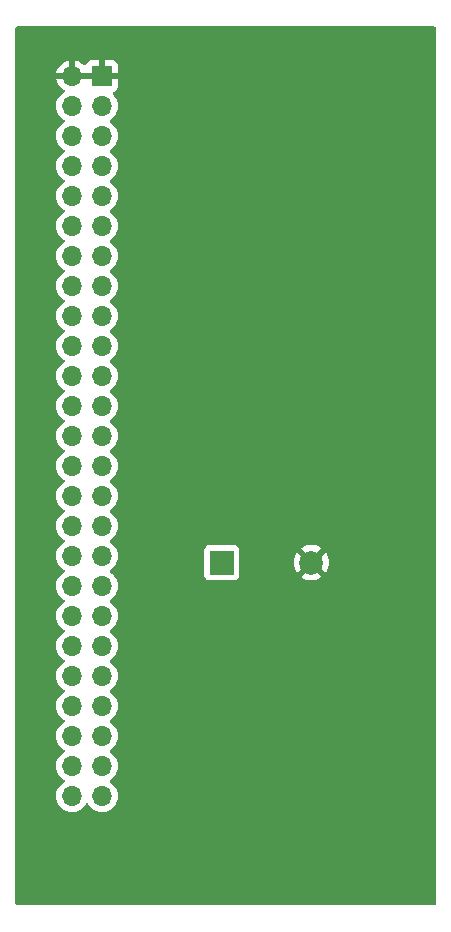
<source format=gbr>
%TF.GenerationSoftware,KiCad,Pcbnew,7.0.1-0*%
%TF.CreationDate,2023-05-31T17:03:07-06:00*%
%TF.ProjectId,STM32f4 Motion Sensor Shield,53544d33-3266-4342-904d-6f74696f6e20,rev?*%
%TF.SameCoordinates,Original*%
%TF.FileFunction,Copper,L2,Bot*%
%TF.FilePolarity,Positive*%
%FSLAX46Y46*%
G04 Gerber Fmt 4.6, Leading zero omitted, Abs format (unit mm)*
G04 Created by KiCad (PCBNEW 7.0.1-0) date 2023-05-31 17:03:07*
%MOMM*%
%LPD*%
G01*
G04 APERTURE LIST*
%TA.AperFunction,ComponentPad*%
%ADD10R,1.700000X1.700000*%
%TD*%
%TA.AperFunction,ComponentPad*%
%ADD11O,1.700000X1.700000*%
%TD*%
%TA.AperFunction,ComponentPad*%
%ADD12C,2.000000*%
%TD*%
%TA.AperFunction,ComponentPad*%
%ADD13R,2.000000X2.000000*%
%TD*%
%TA.AperFunction,ViaPad*%
%ADD14C,0.800000*%
%TD*%
G04 APERTURE END LIST*
D10*
%TO.P,J1,1,Pin_1*%
%TO.N,GND*%
X164140000Y-54990000D03*
D11*
%TO.P,J1,2,Pin_2*%
X161600000Y-54990000D03*
%TO.P,J1,3,Pin_3*%
%TO.N,+5V*%
X164140000Y-57530000D03*
%TO.P,J1,4,Pin_4*%
X161600000Y-57530000D03*
%TO.P,J1,5,Pin_5*%
%TO.N,unconnected-(J1-Pin_5-Pad5)*%
X164140000Y-60070000D03*
%TO.P,J1,6,Pin_6*%
%TO.N,unconnected-(J1-Pin_6-Pad6)*%
X161600000Y-60070000D03*
%TO.P,J1,7,Pin_7*%
%TO.N,unconnected-(J1-Pin_7-Pad7)*%
X164140000Y-62610000D03*
%TO.P,J1,8,Pin_8*%
%TO.N,unconnected-(J1-Pin_8-Pad8)*%
X161600000Y-62610000D03*
%TO.P,J1,9,Pin_9*%
%TO.N,unconnected-(J1-Pin_9-Pad9)*%
X164140000Y-65150000D03*
%TO.P,J1,10,Pin_10*%
%TO.N,unconnected-(J1-Pin_10-Pad10)*%
X161600000Y-65150000D03*
%TO.P,J1,11,Pin_11*%
%TO.N,unconnected-(J1-Pin_11-Pad11)*%
X164140000Y-67690000D03*
%TO.P,J1,12,Pin_12*%
%TO.N,unconnected-(J1-Pin_12-Pad12)*%
X161600000Y-67690000D03*
%TO.P,J1,13,Pin_13*%
%TO.N,unconnected-(J1-Pin_13-Pad13)*%
X164140000Y-70230000D03*
%TO.P,J1,14,Pin_14*%
%TO.N,unconnected-(J1-Pin_14-Pad14)*%
X161600000Y-70230000D03*
%TO.P,J1,15,Pin_15*%
%TO.N,unconnected-(J1-Pin_15-Pad15)*%
X164140000Y-72770000D03*
%TO.P,J1,16,Pin_16*%
%TO.N,unconnected-(J1-Pin_16-Pad16)*%
X161600000Y-72770000D03*
%TO.P,J1,17,Pin_17*%
%TO.N,unconnected-(J1-Pin_17-Pad17)*%
X164140000Y-75310000D03*
%TO.P,J1,18,Pin_18*%
%TO.N,unconnected-(J1-Pin_18-Pad18)*%
X161600000Y-75310000D03*
%TO.P,J1,19,Pin_19*%
%TO.N,unconnected-(J1-Pin_19-Pad19)*%
X164140000Y-77850000D03*
%TO.P,J1,20,Pin_20*%
%TO.N,unconnected-(J1-Pin_20-Pad20)*%
X161600000Y-77850000D03*
%TO.P,J1,21,Pin_21*%
%TO.N,unconnected-(J1-Pin_21-Pad21)*%
X164140000Y-80390000D03*
%TO.P,J1,22,Pin_22*%
%TO.N,unconnected-(J1-Pin_22-Pad22)*%
X161600000Y-80390000D03*
%TO.P,J1,23,Pin_23*%
%TO.N,SCL*%
X164140000Y-82930000D03*
%TO.P,J1,24,Pin_24*%
%TO.N,SDA*%
X161600000Y-82930000D03*
%TO.P,J1,25,Pin_25*%
%TO.N,unconnected-(J1-Pin_25-Pad25)*%
X164140000Y-85470000D03*
%TO.P,J1,26,Pin_26*%
%TO.N,unconnected-(J1-Pin_26-Pad26)*%
X161600000Y-85470000D03*
%TO.P,J1,27,Pin_27*%
%TO.N,unconnected-(J1-Pin_27-Pad27)*%
X164140000Y-88010000D03*
%TO.P,J1,28,Pin_28*%
%TO.N,unconnected-(J1-Pin_28-Pad28)*%
X161600000Y-88010000D03*
%TO.P,J1,29,Pin_29*%
%TO.N,unconnected-(J1-Pin_29-Pad29)*%
X164140000Y-90550000D03*
%TO.P,J1,30,Pin_30*%
%TO.N,unconnected-(J1-Pin_30-Pad30)*%
X161600000Y-90550000D03*
%TO.P,J1,31,Pin_31*%
%TO.N,unconnected-(J1-Pin_31-Pad31)*%
X164140000Y-93090000D03*
%TO.P,J1,32,Pin_32*%
%TO.N,unconnected-(J1-Pin_32-Pad32)*%
X161600000Y-93090000D03*
%TO.P,J1,33,Pin_33*%
%TO.N,unconnected-(J1-Pin_33-Pad33)*%
X164140000Y-95630000D03*
%TO.P,J1,34,Pin_34*%
%TO.N,unconnected-(J1-Pin_34-Pad34)*%
X161600000Y-95630000D03*
%TO.P,J1,35,Pin_35*%
%TO.N,unconnected-(J1-Pin_35-Pad35)*%
X164140000Y-98170000D03*
%TO.P,J1,36,Pin_36*%
%TO.N,unconnected-(J1-Pin_36-Pad36)*%
X161600000Y-98170000D03*
%TO.P,J1,37,Pin_37*%
%TO.N,unconnected-(J1-Pin_37-Pad37)*%
X164140000Y-100710000D03*
%TO.P,J1,38,Pin_38*%
%TO.N,unconnected-(J1-Pin_38-Pad38)*%
X161600000Y-100710000D03*
%TO.P,J1,39,Pin_39*%
%TO.N,unconnected-(J1-Pin_39-Pad39)*%
X164140000Y-103250000D03*
%TO.P,J1,40,Pin_40*%
%TO.N,unconnected-(J1-Pin_40-Pad40)*%
X161600000Y-103250000D03*
%TO.P,J1,41,Pin_41*%
%TO.N,unconnected-(J1-Pin_41-Pad41)*%
X164140000Y-105790000D03*
%TO.P,J1,42,Pin_42*%
%TO.N,unconnected-(J1-Pin_42-Pad42)*%
X161600000Y-105790000D03*
%TO.P,J1,43,Pin_43*%
%TO.N,Buzzer*%
X164140000Y-108330000D03*
%TO.P,J1,44,Pin_44*%
%TO.N,unconnected-(J1-Pin_44-Pad44)*%
X161600000Y-108330000D03*
%TO.P,J1,45,Pin_45*%
%TO.N,unconnected-(J1-Pin_45-Pad45)*%
X164140000Y-110870000D03*
%TO.P,J1,46,Pin_46*%
%TO.N,Arm_Button*%
X161600000Y-110870000D03*
%TO.P,J1,47,Pin_47*%
%TO.N,unconnected-(J1-Pin_47-Pad47)*%
X164140000Y-113410000D03*
%TO.P,J1,48,Pin_48*%
%TO.N,unconnected-(J1-Pin_48-Pad48)*%
X161600000Y-113410000D03*
%TO.P,J1,49,Pin_49*%
%TO.N,unconnected-(J1-Pin_49-Pad49)*%
X164140000Y-115950000D03*
%TO.P,J1,50,Pin_50*%
%TO.N,unconnected-(J1-Pin_50-Pad50)*%
X161600000Y-115950000D03*
%TD*%
D12*
%TO.P,BZ1,2,+*%
%TO.N,GND*%
X181850000Y-96200000D03*
D13*
%TO.P,BZ1,1,-*%
%TO.N,Buzzer*%
X174250000Y-96200000D03*
%TD*%
D14*
%TO.N,GND*%
X182107291Y-61995029D03*
%TD*%
%TA.AperFunction,Conductor*%
%TO.N,GND*%
G36*
X192337500Y-50817113D02*
G01*
X192382887Y-50862500D01*
X192399500Y-50924500D01*
X192399500Y-125075500D01*
X192382887Y-125137500D01*
X192337500Y-125182887D01*
X192275500Y-125199500D01*
X156924500Y-125199500D01*
X156862500Y-125182887D01*
X156817113Y-125137500D01*
X156800500Y-125075500D01*
X156800500Y-115950000D01*
X160244340Y-115950000D01*
X160264936Y-116185407D01*
X160309709Y-116352501D01*
X160326097Y-116413663D01*
X160425965Y-116627830D01*
X160561505Y-116821401D01*
X160728599Y-116988495D01*
X160922170Y-117124035D01*
X161136337Y-117223903D01*
X161364592Y-117285063D01*
X161600000Y-117305659D01*
X161835408Y-117285063D01*
X162063663Y-117223903D01*
X162277830Y-117124035D01*
X162471401Y-116988495D01*
X162638495Y-116821401D01*
X162768426Y-116635839D01*
X162812743Y-116596975D01*
X162870000Y-116582964D01*
X162927257Y-116596975D01*
X162971573Y-116635839D01*
X163101505Y-116821401D01*
X163268599Y-116988495D01*
X163462170Y-117124035D01*
X163676337Y-117223903D01*
X163904592Y-117285063D01*
X164140000Y-117305659D01*
X164375408Y-117285063D01*
X164603663Y-117223903D01*
X164817830Y-117124035D01*
X165011401Y-116988495D01*
X165178495Y-116821401D01*
X165314035Y-116627830D01*
X165413903Y-116413663D01*
X165475063Y-116185408D01*
X165495659Y-115950000D01*
X165475063Y-115714592D01*
X165413903Y-115486337D01*
X165314035Y-115272171D01*
X165178495Y-115078599D01*
X165011401Y-114911505D01*
X164825839Y-114781573D01*
X164786975Y-114737257D01*
X164772964Y-114680000D01*
X164786975Y-114622743D01*
X164825839Y-114578426D01*
X165011401Y-114448495D01*
X165178495Y-114281401D01*
X165314035Y-114087830D01*
X165413903Y-113873663D01*
X165475063Y-113645408D01*
X165495659Y-113410000D01*
X165475063Y-113174592D01*
X165413903Y-112946337D01*
X165314035Y-112732171D01*
X165178495Y-112538599D01*
X165011401Y-112371505D01*
X164825839Y-112241573D01*
X164786975Y-112197257D01*
X164772964Y-112140000D01*
X164786975Y-112082743D01*
X164825839Y-112038426D01*
X165011401Y-111908495D01*
X165178495Y-111741401D01*
X165314035Y-111547830D01*
X165413903Y-111333663D01*
X165475063Y-111105408D01*
X165495659Y-110870000D01*
X165475063Y-110634592D01*
X165413903Y-110406337D01*
X165314035Y-110192171D01*
X165178495Y-109998599D01*
X165011401Y-109831505D01*
X164825839Y-109701573D01*
X164786974Y-109657255D01*
X164772964Y-109599999D01*
X164786975Y-109542742D01*
X164825837Y-109498428D01*
X165011401Y-109368495D01*
X165178495Y-109201401D01*
X165314035Y-109007830D01*
X165413903Y-108793663D01*
X165475063Y-108565408D01*
X165495659Y-108330000D01*
X165475063Y-108094592D01*
X165413903Y-107866337D01*
X165314035Y-107652171D01*
X165178495Y-107458599D01*
X165011401Y-107291505D01*
X164825839Y-107161573D01*
X164786974Y-107117255D01*
X164772964Y-107059999D01*
X164786975Y-107002742D01*
X164825837Y-106958428D01*
X165011401Y-106828495D01*
X165178495Y-106661401D01*
X165314035Y-106467830D01*
X165413903Y-106253663D01*
X165475063Y-106025408D01*
X165495659Y-105790000D01*
X165475063Y-105554592D01*
X165413903Y-105326337D01*
X165314035Y-105112171D01*
X165178495Y-104918599D01*
X165011401Y-104751505D01*
X164825839Y-104621573D01*
X164786976Y-104577257D01*
X164772965Y-104520000D01*
X164786976Y-104462743D01*
X164825839Y-104418426D01*
X165011401Y-104288495D01*
X165178495Y-104121401D01*
X165314035Y-103927830D01*
X165413903Y-103713663D01*
X165475063Y-103485408D01*
X165495659Y-103250000D01*
X165475063Y-103014592D01*
X165413903Y-102786337D01*
X165314035Y-102572171D01*
X165178495Y-102378599D01*
X165011401Y-102211505D01*
X164825839Y-102081573D01*
X164786975Y-102037257D01*
X164772964Y-101980000D01*
X164786975Y-101922743D01*
X164825839Y-101878426D01*
X165011401Y-101748495D01*
X165178495Y-101581401D01*
X165314035Y-101387830D01*
X165413903Y-101173663D01*
X165475063Y-100945408D01*
X165495659Y-100710000D01*
X165475063Y-100474592D01*
X165413903Y-100246337D01*
X165314035Y-100032171D01*
X165178495Y-99838599D01*
X165011401Y-99671505D01*
X164825839Y-99541573D01*
X164786974Y-99497255D01*
X164772964Y-99439999D01*
X164786975Y-99382742D01*
X164825837Y-99338428D01*
X165011401Y-99208495D01*
X165178495Y-99041401D01*
X165314035Y-98847830D01*
X165413903Y-98633663D01*
X165475063Y-98405408D01*
X165495659Y-98170000D01*
X165475063Y-97934592D01*
X165413903Y-97706337D01*
X165314035Y-97492171D01*
X165178495Y-97298599D01*
X165127765Y-97247869D01*
X172749500Y-97247869D01*
X172754954Y-97298598D01*
X172755909Y-97307483D01*
X172806204Y-97442331D01*
X172892454Y-97557546D01*
X173007669Y-97643796D01*
X173142517Y-97694091D01*
X173202127Y-97700500D01*
X175297872Y-97700499D01*
X175357483Y-97694091D01*
X175492331Y-97643796D01*
X175607546Y-97557546D01*
X175693796Y-97442331D01*
X175700778Y-97423610D01*
X180979942Y-97423610D01*
X181026766Y-97460055D01*
X181245393Y-97578368D01*
X181480506Y-97659083D01*
X181725707Y-97700000D01*
X181974293Y-97700000D01*
X182219493Y-97659083D01*
X182454606Y-97578368D01*
X182673233Y-97460053D01*
X182720056Y-97423609D01*
X181850000Y-96553553D01*
X180979942Y-97423609D01*
X180979942Y-97423610D01*
X175700778Y-97423610D01*
X175744091Y-97307483D01*
X175750500Y-97247873D01*
X175750499Y-96200000D01*
X180344858Y-96200000D01*
X180365386Y-96447732D01*
X180426413Y-96688721D01*
X180526268Y-96916370D01*
X180626563Y-97069882D01*
X180626564Y-97069882D01*
X181496447Y-96200001D01*
X182203553Y-96200001D01*
X183073434Y-97069882D01*
X183173730Y-96916369D01*
X183273586Y-96688721D01*
X183334613Y-96447732D01*
X183355141Y-96200000D01*
X183334613Y-95952267D01*
X183273586Y-95711278D01*
X183173730Y-95483630D01*
X183073434Y-95330116D01*
X182203553Y-96200000D01*
X182203553Y-96200001D01*
X181496447Y-96200001D01*
X181496447Y-96200000D01*
X180626564Y-95330116D01*
X180526266Y-95483634D01*
X180426413Y-95711278D01*
X180365386Y-95952267D01*
X180344858Y-96200000D01*
X175750499Y-96200000D01*
X175750499Y-95152128D01*
X175744091Y-95092517D01*
X175700778Y-94976390D01*
X180979942Y-94976390D01*
X181850000Y-95846447D01*
X181850001Y-95846447D01*
X182720057Y-94976390D01*
X182720056Y-94976388D01*
X182673235Y-94939947D01*
X182454606Y-94821631D01*
X182219493Y-94740916D01*
X181974293Y-94700000D01*
X181725707Y-94700000D01*
X181480506Y-94740916D01*
X181245393Y-94821631D01*
X181026764Y-94939946D01*
X180979942Y-94976388D01*
X180979942Y-94976390D01*
X175700778Y-94976390D01*
X175693796Y-94957669D01*
X175607546Y-94842454D01*
X175492331Y-94756204D01*
X175357483Y-94705909D01*
X175297873Y-94699500D01*
X175297869Y-94699500D01*
X173202130Y-94699500D01*
X173142515Y-94705909D01*
X173007669Y-94756204D01*
X172892454Y-94842454D01*
X172806204Y-94957668D01*
X172755909Y-95092516D01*
X172749500Y-95152130D01*
X172749500Y-97247869D01*
X165127765Y-97247869D01*
X165011401Y-97131505D01*
X164825839Y-97001573D01*
X164786975Y-96957257D01*
X164772964Y-96900000D01*
X164786975Y-96842743D01*
X164825839Y-96798426D01*
X165011401Y-96668495D01*
X165178495Y-96501401D01*
X165314035Y-96307830D01*
X165413903Y-96093663D01*
X165475063Y-95865408D01*
X165495659Y-95630000D01*
X165475063Y-95394592D01*
X165413903Y-95166337D01*
X165314035Y-94952171D01*
X165178495Y-94758599D01*
X165011401Y-94591505D01*
X164825839Y-94461573D01*
X164786975Y-94417257D01*
X164772964Y-94360000D01*
X164786975Y-94302743D01*
X164825839Y-94258426D01*
X165011401Y-94128495D01*
X165178495Y-93961401D01*
X165314035Y-93767830D01*
X165413903Y-93553663D01*
X165475063Y-93325408D01*
X165495659Y-93090000D01*
X165475063Y-92854592D01*
X165413903Y-92626337D01*
X165314035Y-92412171D01*
X165178495Y-92218599D01*
X165011401Y-92051505D01*
X164825839Y-91921573D01*
X164786975Y-91877257D01*
X164772964Y-91820000D01*
X164786975Y-91762743D01*
X164825839Y-91718426D01*
X165011401Y-91588495D01*
X165178495Y-91421401D01*
X165314035Y-91227830D01*
X165413903Y-91013663D01*
X165475063Y-90785408D01*
X165495659Y-90550000D01*
X165475063Y-90314592D01*
X165413903Y-90086337D01*
X165314035Y-89872171D01*
X165178495Y-89678599D01*
X165011401Y-89511505D01*
X164825839Y-89381573D01*
X164786975Y-89337257D01*
X164772964Y-89280000D01*
X164786975Y-89222743D01*
X164825839Y-89178426D01*
X165011401Y-89048495D01*
X165178495Y-88881401D01*
X165314035Y-88687830D01*
X165413903Y-88473663D01*
X165475063Y-88245408D01*
X165495659Y-88010000D01*
X165475063Y-87774592D01*
X165413903Y-87546337D01*
X165314035Y-87332171D01*
X165178495Y-87138599D01*
X165011401Y-86971505D01*
X164825839Y-86841573D01*
X164786975Y-86797257D01*
X164772964Y-86740000D01*
X164786975Y-86682743D01*
X164825839Y-86638426D01*
X165011401Y-86508495D01*
X165178495Y-86341401D01*
X165314035Y-86147830D01*
X165413903Y-85933663D01*
X165475063Y-85705408D01*
X165495659Y-85470000D01*
X165475063Y-85234592D01*
X165413903Y-85006337D01*
X165314035Y-84792171D01*
X165178495Y-84598599D01*
X165011401Y-84431505D01*
X164825839Y-84301573D01*
X164786975Y-84257257D01*
X164772964Y-84200000D01*
X164786975Y-84142743D01*
X164825839Y-84098426D01*
X165011401Y-83968495D01*
X165178495Y-83801401D01*
X165314035Y-83607830D01*
X165413903Y-83393663D01*
X165475063Y-83165408D01*
X165495659Y-82930000D01*
X165475063Y-82694592D01*
X165413903Y-82466337D01*
X165314035Y-82252171D01*
X165178495Y-82058599D01*
X165011401Y-81891505D01*
X164825839Y-81761573D01*
X164786975Y-81717257D01*
X164772964Y-81660000D01*
X164786975Y-81602743D01*
X164825839Y-81558426D01*
X165011401Y-81428495D01*
X165178495Y-81261401D01*
X165314035Y-81067830D01*
X165413903Y-80853663D01*
X165475063Y-80625408D01*
X165495659Y-80390000D01*
X165475063Y-80154592D01*
X165413903Y-79926337D01*
X165314035Y-79712171D01*
X165178495Y-79518599D01*
X165011401Y-79351505D01*
X164825839Y-79221573D01*
X164786974Y-79177255D01*
X164772964Y-79119999D01*
X164786975Y-79062742D01*
X164825837Y-79018428D01*
X165011401Y-78888495D01*
X165178495Y-78721401D01*
X165314035Y-78527830D01*
X165413903Y-78313663D01*
X165475063Y-78085408D01*
X165495659Y-77850000D01*
X165475063Y-77614592D01*
X165413903Y-77386337D01*
X165314035Y-77172171D01*
X165178495Y-76978599D01*
X165011401Y-76811505D01*
X164825839Y-76681573D01*
X164786975Y-76637257D01*
X164772964Y-76580000D01*
X164786975Y-76522743D01*
X164825839Y-76478426D01*
X165011401Y-76348495D01*
X165178495Y-76181401D01*
X165314035Y-75987830D01*
X165413903Y-75773663D01*
X165475063Y-75545408D01*
X165495659Y-75310000D01*
X165475063Y-75074592D01*
X165413903Y-74846337D01*
X165314035Y-74632171D01*
X165178495Y-74438599D01*
X165011401Y-74271505D01*
X164825839Y-74141573D01*
X164786975Y-74097257D01*
X164772964Y-74040000D01*
X164786975Y-73982743D01*
X164825839Y-73938426D01*
X165011401Y-73808495D01*
X165178495Y-73641401D01*
X165314035Y-73447830D01*
X165413903Y-73233663D01*
X165475063Y-73005408D01*
X165495659Y-72770000D01*
X165475063Y-72534592D01*
X165413903Y-72306337D01*
X165314035Y-72092171D01*
X165178495Y-71898599D01*
X165011401Y-71731505D01*
X164825839Y-71601573D01*
X164786976Y-71557257D01*
X164772965Y-71500000D01*
X164786976Y-71442743D01*
X164825839Y-71398426D01*
X165011401Y-71268495D01*
X165178495Y-71101401D01*
X165314035Y-70907830D01*
X165413903Y-70693663D01*
X165475063Y-70465408D01*
X165495659Y-70230000D01*
X165475063Y-69994592D01*
X165413903Y-69766337D01*
X165314035Y-69552171D01*
X165178495Y-69358599D01*
X165011401Y-69191505D01*
X164825839Y-69061573D01*
X164786975Y-69017257D01*
X164772964Y-68960000D01*
X164786975Y-68902743D01*
X164825839Y-68858426D01*
X165011401Y-68728495D01*
X165178495Y-68561401D01*
X165314035Y-68367830D01*
X165413903Y-68153663D01*
X165475063Y-67925408D01*
X165495659Y-67690000D01*
X165475063Y-67454592D01*
X165413903Y-67226337D01*
X165314035Y-67012171D01*
X165178495Y-66818599D01*
X165011401Y-66651505D01*
X164825839Y-66521573D01*
X164786975Y-66477257D01*
X164772964Y-66420000D01*
X164786975Y-66362743D01*
X164825839Y-66318426D01*
X165011401Y-66188495D01*
X165178495Y-66021401D01*
X165314035Y-65827830D01*
X165413903Y-65613663D01*
X165475063Y-65385408D01*
X165495659Y-65150000D01*
X165475063Y-64914592D01*
X165413903Y-64686337D01*
X165314035Y-64472171D01*
X165178495Y-64278599D01*
X165011401Y-64111505D01*
X164825839Y-63981573D01*
X164786975Y-63937257D01*
X164772964Y-63880000D01*
X164786975Y-63822743D01*
X164825839Y-63778426D01*
X165011401Y-63648495D01*
X165178495Y-63481401D01*
X165314035Y-63287830D01*
X165413903Y-63073663D01*
X165475063Y-62845408D01*
X165495659Y-62610000D01*
X165475063Y-62374592D01*
X165413903Y-62146337D01*
X165314035Y-61932171D01*
X165178495Y-61738599D01*
X165011401Y-61571505D01*
X164825839Y-61441573D01*
X164786975Y-61397257D01*
X164772964Y-61340000D01*
X164786975Y-61282743D01*
X164825839Y-61238426D01*
X165011401Y-61108495D01*
X165178495Y-60941401D01*
X165314035Y-60747830D01*
X165413903Y-60533663D01*
X165475063Y-60305408D01*
X165495659Y-60070000D01*
X165475063Y-59834592D01*
X165413903Y-59606337D01*
X165314035Y-59392171D01*
X165178495Y-59198599D01*
X165011401Y-59031505D01*
X164825839Y-58901573D01*
X164786975Y-58857257D01*
X164772964Y-58800000D01*
X164786975Y-58742743D01*
X164825839Y-58698426D01*
X165011401Y-58568495D01*
X165178495Y-58401401D01*
X165314035Y-58207830D01*
X165413903Y-57993663D01*
X165475063Y-57765408D01*
X165495659Y-57530000D01*
X165475063Y-57294592D01*
X165413903Y-57066337D01*
X165314035Y-56852171D01*
X165178495Y-56658599D01*
X165056181Y-56536285D01*
X165024885Y-56483539D01*
X165022696Y-56422246D01*
X165050149Y-56367401D01*
X165100528Y-56332422D01*
X165232089Y-56283352D01*
X165347188Y-56197188D01*
X165433352Y-56082089D01*
X165483597Y-55947375D01*
X165490000Y-55887824D01*
X165490000Y-55240000D01*
X160269364Y-55240000D01*
X160326569Y-55453492D01*
X160426399Y-55667576D01*
X160561893Y-55861081D01*
X160728918Y-56028106D01*
X160914595Y-56158119D01*
X160953460Y-56202437D01*
X160967471Y-56259694D01*
X160953460Y-56316951D01*
X160914595Y-56361269D01*
X160728595Y-56491508D01*
X160561505Y-56658598D01*
X160425965Y-56852170D01*
X160326097Y-57066336D01*
X160264936Y-57294592D01*
X160244340Y-57529999D01*
X160264936Y-57765407D01*
X160309709Y-57932501D01*
X160326097Y-57993663D01*
X160425965Y-58207830D01*
X160561505Y-58401401D01*
X160728599Y-58568495D01*
X160914160Y-58698426D01*
X160953024Y-58742743D01*
X160967035Y-58800000D01*
X160953024Y-58857257D01*
X160914159Y-58901575D01*
X160728595Y-59031508D01*
X160561505Y-59198598D01*
X160425965Y-59392170D01*
X160326097Y-59606336D01*
X160264936Y-59834592D01*
X160244340Y-60070000D01*
X160264936Y-60305407D01*
X160309709Y-60472502D01*
X160326097Y-60533663D01*
X160425965Y-60747830D01*
X160561505Y-60941401D01*
X160728599Y-61108495D01*
X160914160Y-61238426D01*
X160953024Y-61282743D01*
X160967035Y-61340000D01*
X160953024Y-61397257D01*
X160914159Y-61441575D01*
X160728595Y-61571508D01*
X160561505Y-61738598D01*
X160425965Y-61932170D01*
X160326097Y-62146336D01*
X160264936Y-62374592D01*
X160244340Y-62609999D01*
X160264936Y-62845407D01*
X160309709Y-63012502D01*
X160326097Y-63073663D01*
X160425965Y-63287830D01*
X160561505Y-63481401D01*
X160728599Y-63648495D01*
X160914160Y-63778426D01*
X160953024Y-63822743D01*
X160967035Y-63880000D01*
X160953024Y-63937257D01*
X160914159Y-63981575D01*
X160728595Y-64111508D01*
X160561505Y-64278598D01*
X160425965Y-64472170D01*
X160326097Y-64686336D01*
X160264936Y-64914592D01*
X160244340Y-65150000D01*
X160264936Y-65385407D01*
X160309709Y-65552501D01*
X160326097Y-65613663D01*
X160425965Y-65827830D01*
X160561505Y-66021401D01*
X160728599Y-66188495D01*
X160914160Y-66318426D01*
X160953024Y-66362743D01*
X160967035Y-66420000D01*
X160953024Y-66477257D01*
X160914159Y-66521575D01*
X160728595Y-66651508D01*
X160561505Y-66818598D01*
X160425965Y-67012170D01*
X160326097Y-67226336D01*
X160264936Y-67454592D01*
X160244340Y-67689999D01*
X160264936Y-67925407D01*
X160309709Y-68092502D01*
X160326097Y-68153663D01*
X160425965Y-68367830D01*
X160561505Y-68561401D01*
X160728599Y-68728495D01*
X160914160Y-68858426D01*
X160953024Y-68902743D01*
X160967035Y-68960000D01*
X160953024Y-69017257D01*
X160914159Y-69061575D01*
X160728595Y-69191508D01*
X160561505Y-69358598D01*
X160425965Y-69552170D01*
X160326097Y-69766336D01*
X160264936Y-69994592D01*
X160244340Y-70230000D01*
X160264936Y-70465407D01*
X160309709Y-70632502D01*
X160326097Y-70693663D01*
X160425965Y-70907830D01*
X160561505Y-71101401D01*
X160728599Y-71268495D01*
X160914160Y-71398426D01*
X160953024Y-71442743D01*
X160967035Y-71500000D01*
X160953024Y-71557257D01*
X160914159Y-71601575D01*
X160728595Y-71731508D01*
X160561505Y-71898598D01*
X160425965Y-72092170D01*
X160326097Y-72306336D01*
X160264936Y-72534592D01*
X160244340Y-72769999D01*
X160264936Y-73005407D01*
X160309709Y-73172501D01*
X160326097Y-73233663D01*
X160425965Y-73447830D01*
X160561505Y-73641401D01*
X160728599Y-73808495D01*
X160914160Y-73938426D01*
X160953024Y-73982743D01*
X160967035Y-74040000D01*
X160953024Y-74097257D01*
X160914159Y-74141575D01*
X160728595Y-74271508D01*
X160561505Y-74438598D01*
X160425965Y-74632170D01*
X160326097Y-74846336D01*
X160264936Y-75074592D01*
X160244340Y-75310000D01*
X160264936Y-75545407D01*
X160309709Y-75712501D01*
X160326097Y-75773663D01*
X160425965Y-75987830D01*
X160561505Y-76181401D01*
X160728599Y-76348495D01*
X160914160Y-76478426D01*
X160953024Y-76522743D01*
X160967035Y-76580000D01*
X160953024Y-76637257D01*
X160914159Y-76681575D01*
X160728595Y-76811508D01*
X160561505Y-76978598D01*
X160425965Y-77172170D01*
X160326097Y-77386336D01*
X160264936Y-77614592D01*
X160244340Y-77849999D01*
X160264936Y-78085407D01*
X160309709Y-78252501D01*
X160326097Y-78313663D01*
X160425965Y-78527830D01*
X160561505Y-78721401D01*
X160728599Y-78888495D01*
X160914160Y-79018426D01*
X160953024Y-79062743D01*
X160967035Y-79120000D01*
X160953024Y-79177257D01*
X160914159Y-79221575D01*
X160728595Y-79351508D01*
X160561505Y-79518598D01*
X160425965Y-79712170D01*
X160326097Y-79926336D01*
X160264936Y-80154592D01*
X160244340Y-80389999D01*
X160264936Y-80625407D01*
X160309709Y-80792501D01*
X160326097Y-80853663D01*
X160425965Y-81067830D01*
X160561505Y-81261401D01*
X160728599Y-81428495D01*
X160914160Y-81558426D01*
X160953024Y-81602743D01*
X160967035Y-81660000D01*
X160953024Y-81717257D01*
X160914159Y-81761575D01*
X160728595Y-81891508D01*
X160561505Y-82058598D01*
X160425965Y-82252170D01*
X160326097Y-82466336D01*
X160264936Y-82694592D01*
X160244340Y-82930000D01*
X160264936Y-83165407D01*
X160309709Y-83332502D01*
X160326097Y-83393663D01*
X160425965Y-83607830D01*
X160561505Y-83801401D01*
X160728599Y-83968495D01*
X160914160Y-84098426D01*
X160953024Y-84142743D01*
X160967035Y-84200000D01*
X160953024Y-84257257D01*
X160914159Y-84301575D01*
X160728595Y-84431508D01*
X160561505Y-84598598D01*
X160425965Y-84792170D01*
X160326097Y-85006336D01*
X160264936Y-85234592D01*
X160244340Y-85469999D01*
X160264936Y-85705407D01*
X160309709Y-85872501D01*
X160326097Y-85933663D01*
X160425965Y-86147830D01*
X160561505Y-86341401D01*
X160728599Y-86508495D01*
X160914160Y-86638426D01*
X160953024Y-86682743D01*
X160967035Y-86740000D01*
X160953024Y-86797257D01*
X160914159Y-86841575D01*
X160728595Y-86971508D01*
X160561505Y-87138598D01*
X160425965Y-87332170D01*
X160326097Y-87546336D01*
X160264936Y-87774592D01*
X160244340Y-88010000D01*
X160264936Y-88245407D01*
X160309709Y-88412502D01*
X160326097Y-88473663D01*
X160425965Y-88687830D01*
X160561505Y-88881401D01*
X160728599Y-89048495D01*
X160914160Y-89178426D01*
X160953024Y-89222743D01*
X160967035Y-89280000D01*
X160953024Y-89337257D01*
X160914159Y-89381575D01*
X160728595Y-89511508D01*
X160561505Y-89678598D01*
X160425965Y-89872170D01*
X160326097Y-90086336D01*
X160264936Y-90314592D01*
X160244340Y-90549999D01*
X160264936Y-90785407D01*
X160309709Y-90952501D01*
X160326097Y-91013663D01*
X160425965Y-91227830D01*
X160561505Y-91421401D01*
X160728599Y-91588495D01*
X160914160Y-91718426D01*
X160953024Y-91762743D01*
X160967035Y-91820000D01*
X160953024Y-91877257D01*
X160914159Y-91921575D01*
X160728595Y-92051508D01*
X160561505Y-92218598D01*
X160425965Y-92412170D01*
X160326097Y-92626336D01*
X160264936Y-92854592D01*
X160244340Y-93090000D01*
X160264936Y-93325407D01*
X160309709Y-93492501D01*
X160326097Y-93553663D01*
X160425965Y-93767830D01*
X160561505Y-93961401D01*
X160728599Y-94128495D01*
X160914160Y-94258426D01*
X160953024Y-94302743D01*
X160967035Y-94360000D01*
X160953024Y-94417257D01*
X160914159Y-94461575D01*
X160728595Y-94591508D01*
X160561505Y-94758598D01*
X160425965Y-94952170D01*
X160326097Y-95166336D01*
X160264936Y-95394592D01*
X160244340Y-95629999D01*
X160264936Y-95865407D01*
X160309709Y-96032501D01*
X160326097Y-96093663D01*
X160425965Y-96307830D01*
X160561505Y-96501401D01*
X160728599Y-96668495D01*
X160914160Y-96798426D01*
X160953024Y-96842743D01*
X160967035Y-96900000D01*
X160953024Y-96957257D01*
X160914159Y-97001575D01*
X160728595Y-97131508D01*
X160561505Y-97298598D01*
X160425965Y-97492170D01*
X160326097Y-97706336D01*
X160264936Y-97934592D01*
X160244340Y-98170000D01*
X160264936Y-98405407D01*
X160309709Y-98572502D01*
X160326097Y-98633663D01*
X160425965Y-98847830D01*
X160561505Y-99041401D01*
X160728599Y-99208495D01*
X160914160Y-99338426D01*
X160953024Y-99382743D01*
X160967035Y-99440000D01*
X160953024Y-99497257D01*
X160914159Y-99541575D01*
X160728595Y-99671508D01*
X160561505Y-99838598D01*
X160425965Y-100032170D01*
X160326097Y-100246336D01*
X160264936Y-100474592D01*
X160244340Y-100710000D01*
X160264936Y-100945407D01*
X160309709Y-101112501D01*
X160326097Y-101173663D01*
X160425965Y-101387830D01*
X160561505Y-101581401D01*
X160728599Y-101748495D01*
X160914160Y-101878426D01*
X160953024Y-101922743D01*
X160967035Y-101980000D01*
X160953024Y-102037257D01*
X160914159Y-102081575D01*
X160728595Y-102211508D01*
X160561505Y-102378598D01*
X160425965Y-102572170D01*
X160326097Y-102786336D01*
X160264936Y-103014592D01*
X160244340Y-103249999D01*
X160264936Y-103485407D01*
X160309709Y-103652502D01*
X160326097Y-103713663D01*
X160425965Y-103927830D01*
X160561505Y-104121401D01*
X160728599Y-104288495D01*
X160914160Y-104418426D01*
X160953024Y-104462743D01*
X160967035Y-104520000D01*
X160953024Y-104577257D01*
X160914159Y-104621575D01*
X160728595Y-104751508D01*
X160561505Y-104918598D01*
X160425965Y-105112170D01*
X160326097Y-105326336D01*
X160264936Y-105554592D01*
X160244340Y-105790000D01*
X160264936Y-106025407D01*
X160309709Y-106192501D01*
X160326097Y-106253663D01*
X160425965Y-106467830D01*
X160561505Y-106661401D01*
X160728599Y-106828495D01*
X160914160Y-106958426D01*
X160953024Y-107002743D01*
X160967035Y-107060000D01*
X160953024Y-107117257D01*
X160914159Y-107161575D01*
X160728595Y-107291508D01*
X160561505Y-107458598D01*
X160425965Y-107652170D01*
X160326097Y-107866336D01*
X160264936Y-108094592D01*
X160244340Y-108329999D01*
X160264936Y-108565407D01*
X160309709Y-108732501D01*
X160326097Y-108793663D01*
X160425965Y-109007830D01*
X160561505Y-109201401D01*
X160728599Y-109368495D01*
X160914160Y-109498426D01*
X160953024Y-109542743D01*
X160967035Y-109600000D01*
X160953024Y-109657257D01*
X160914159Y-109701575D01*
X160728595Y-109831508D01*
X160561505Y-109998598D01*
X160425965Y-110192170D01*
X160326097Y-110406336D01*
X160264936Y-110634592D01*
X160244340Y-110870000D01*
X160264936Y-111105407D01*
X160309709Y-111272501D01*
X160326097Y-111333663D01*
X160425965Y-111547830D01*
X160561505Y-111741401D01*
X160728599Y-111908495D01*
X160914160Y-112038426D01*
X160953024Y-112082743D01*
X160967035Y-112140000D01*
X160953024Y-112197257D01*
X160914159Y-112241575D01*
X160728595Y-112371508D01*
X160561505Y-112538598D01*
X160425965Y-112732170D01*
X160326097Y-112946336D01*
X160264936Y-113174592D01*
X160244340Y-113409999D01*
X160264936Y-113645407D01*
X160309709Y-113812501D01*
X160326097Y-113873663D01*
X160425965Y-114087830D01*
X160561505Y-114281401D01*
X160728599Y-114448495D01*
X160914160Y-114578426D01*
X160953024Y-114622743D01*
X160967035Y-114680000D01*
X160953024Y-114737257D01*
X160914159Y-114781575D01*
X160728595Y-114911508D01*
X160561505Y-115078598D01*
X160425965Y-115272170D01*
X160326097Y-115486336D01*
X160264936Y-115714592D01*
X160244340Y-115950000D01*
X156800500Y-115950000D01*
X156800500Y-54740000D01*
X160269364Y-54740000D01*
X161350000Y-54740000D01*
X161850000Y-54740000D01*
X163890000Y-54740000D01*
X163890000Y-53640000D01*
X164390000Y-53640000D01*
X164390000Y-54740000D01*
X165490000Y-54740000D01*
X165490000Y-54092176D01*
X165483597Y-54032624D01*
X165433352Y-53897910D01*
X165347188Y-53782811D01*
X165232089Y-53696647D01*
X165097375Y-53646402D01*
X165037824Y-53640000D01*
X164390000Y-53640000D01*
X163890000Y-53640000D01*
X163242176Y-53640000D01*
X163182624Y-53646402D01*
X163047910Y-53696647D01*
X162932811Y-53782811D01*
X162846647Y-53897911D01*
X162797385Y-54029987D01*
X162762405Y-54080366D01*
X162707561Y-54107819D01*
X162646268Y-54105630D01*
X162593522Y-54074334D01*
X162471081Y-53951893D01*
X162277576Y-53816399D01*
X162063492Y-53716569D01*
X161850000Y-53659364D01*
X161850000Y-54740000D01*
X161350000Y-54740000D01*
X161350000Y-53659364D01*
X161349999Y-53659364D01*
X161136507Y-53716569D01*
X160922421Y-53816400D01*
X160728921Y-53951890D01*
X160561890Y-54118921D01*
X160426400Y-54312421D01*
X160326569Y-54526507D01*
X160269364Y-54739999D01*
X160269364Y-54740000D01*
X156800500Y-54740000D01*
X156800500Y-50924500D01*
X156817113Y-50862500D01*
X156862500Y-50817113D01*
X156924500Y-50800500D01*
X192275500Y-50800500D01*
X192337500Y-50817113D01*
G37*
%TD.AperFunction*%
%TD*%
M02*

</source>
